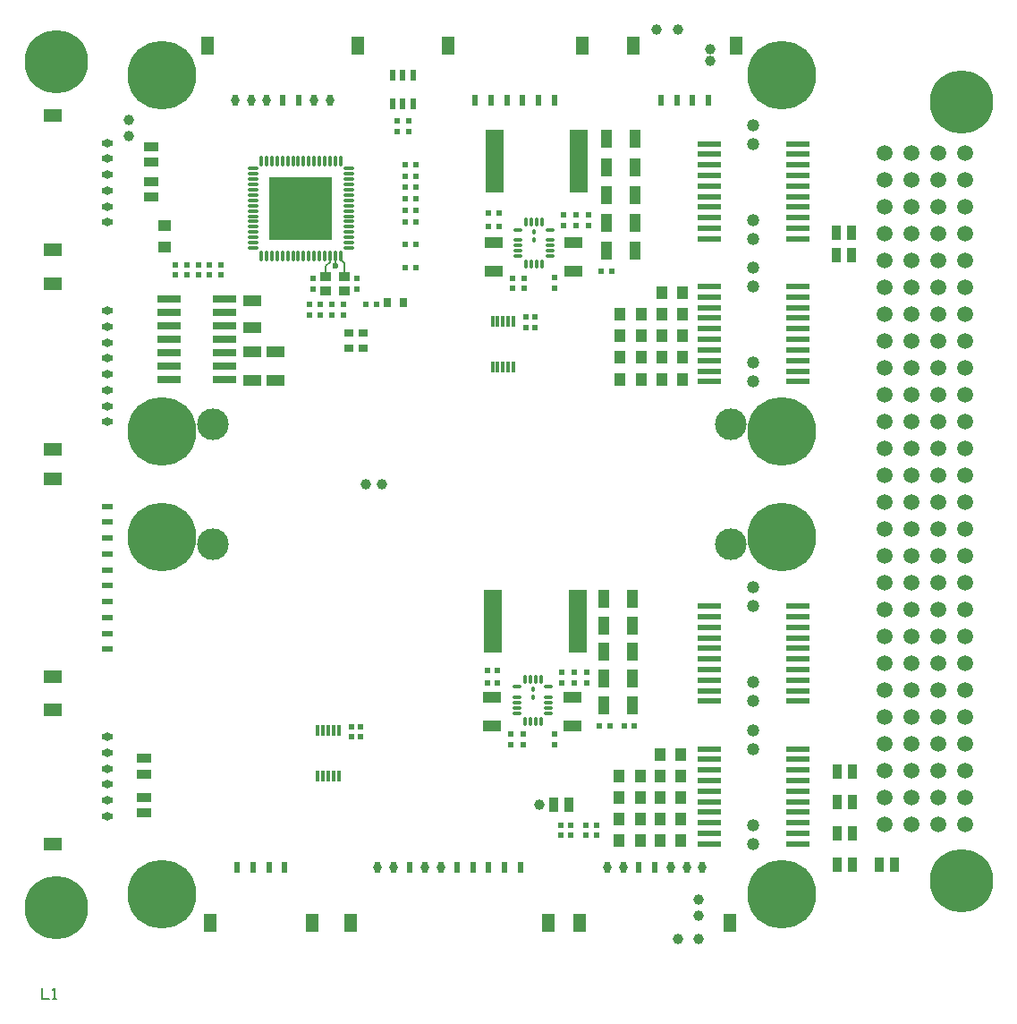
<source format=gtl>
G04 Layer_Physical_Order=1*
G04 Layer_Color=255*
%FSLAX44Y44*%
%MOMM*%
G71*
G01*
G75*
%ADD10R,1.4000X0.8800*%
%ADD11R,0.7000X0.9000*%
%ADD12R,0.6000X0.6000*%
%ADD13R,0.6000X0.6000*%
%ADD14R,0.8800X1.4000*%
%ADD15R,1.0500X0.6000*%
%ADD16R,1.8000X1.2500*%
%ADD17R,0.6000X1.0500*%
%ADD18R,1.2500X1.8000*%
%ADD19R,1.8000X5.9000*%
%ADD20R,1.3000X1.0000*%
%ADD21R,1.1000X1.7000*%
%ADD22R,1.7000X1.1000*%
G04:AMPARAMS|DCode=23|XSize=0.3mm|YSize=0.8mm|CornerRadius=0.075mm|HoleSize=0mm|Usage=FLASHONLY|Rotation=270.000|XOffset=0mm|YOffset=0mm|HoleType=Round|Shape=RoundedRectangle|*
%AMROUNDEDRECTD23*
21,1,0.3000,0.6500,0,0,270.0*
21,1,0.1500,0.8000,0,0,270.0*
1,1,0.1500,-0.3250,-0.0750*
1,1,0.1500,-0.3250,0.0750*
1,1,0.1500,0.3250,0.0750*
1,1,0.1500,0.3250,-0.0750*
%
%ADD23ROUNDEDRECTD23*%
G04:AMPARAMS|DCode=24|XSize=0.3mm|YSize=0.8mm|CornerRadius=0.075mm|HoleSize=0mm|Usage=FLASHONLY|Rotation=180.000|XOffset=0mm|YOffset=0mm|HoleType=Round|Shape=RoundedRectangle|*
%AMROUNDEDRECTD24*
21,1,0.3000,0.6500,0,0,180.0*
21,1,0.1500,0.8000,0,0,180.0*
1,1,0.1500,-0.0750,0.3250*
1,1,0.1500,0.0750,0.3250*
1,1,0.1500,0.0750,-0.3250*
1,1,0.1500,-0.0750,-0.3250*
%
%ADD24ROUNDEDRECTD24*%
G04:AMPARAMS|DCode=25|XSize=0.27mm|YSize=0.45mm|CornerRadius=0.0675mm|HoleSize=0mm|Usage=FLASHONLY|Rotation=180.000|XOffset=0mm|YOffset=0mm|HoleType=Round|Shape=RoundedRectangle|*
%AMROUNDEDRECTD25*
21,1,0.2700,0.3150,0,0,180.0*
21,1,0.1350,0.4500,0,0,180.0*
1,1,0.1350,-0.0675,0.1575*
1,1,0.1350,0.0675,0.1575*
1,1,0.1350,0.0675,-0.1575*
1,1,0.1350,-0.0675,-0.1575*
%
%ADD25ROUNDEDRECTD25*%
G04:AMPARAMS|DCode=26|XSize=0.3mm|YSize=1.1mm|CornerRadius=0.075mm|HoleSize=0mm|Usage=FLASHONLY|Rotation=0.000|XOffset=0mm|YOffset=0mm|HoleType=Round|Shape=RoundedRectangle|*
%AMROUNDEDRECTD26*
21,1,0.3000,0.9500,0,0,0.0*
21,1,0.1500,1.1000,0,0,0.0*
1,1,0.1500,0.0750,-0.4750*
1,1,0.1500,-0.0750,-0.4750*
1,1,0.1500,-0.0750,0.4750*
1,1,0.1500,0.0750,0.4750*
%
%ADD26ROUNDEDRECTD26*%
%ADD27R,6.0000X6.0000*%
G04:AMPARAMS|DCode=28|XSize=0.3mm|YSize=1mm|CornerRadius=0.12mm|HoleSize=0mm|Usage=FLASHONLY|Rotation=0.000|XOffset=0mm|YOffset=0mm|HoleType=Round|Shape=RoundedRectangle|*
%AMROUNDEDRECTD28*
21,1,0.3000,0.7600,0,0,0.0*
21,1,0.0600,1.0000,0,0,0.0*
1,1,0.2400,0.0300,-0.3800*
1,1,0.2400,-0.0300,-0.3800*
1,1,0.2400,-0.0300,0.3800*
1,1,0.2400,0.0300,0.3800*
%
%ADD28ROUNDEDRECTD28*%
G04:AMPARAMS|DCode=29|XSize=0.3mm|YSize=1mm|CornerRadius=0.12mm|HoleSize=0mm|Usage=FLASHONLY|Rotation=90.000|XOffset=0mm|YOffset=0mm|HoleType=Round|Shape=RoundedRectangle|*
%AMROUNDEDRECTD29*
21,1,0.3000,0.7600,0,0,90.0*
21,1,0.0600,1.0000,0,0,90.0*
1,1,0.2400,0.3800,0.0300*
1,1,0.2400,0.3800,-0.0300*
1,1,0.2400,-0.3800,-0.0300*
1,1,0.2400,-0.3800,0.0300*
%
%ADD29ROUNDEDRECTD29*%
%ADD30R,2.2600X0.6100*%
%ADD31R,0.9000X0.8000*%
%ADD32R,1.8000X1.0000*%
%ADD33R,2.2000X0.6500*%
%ADD34R,1.0000X1.3000*%
%ADD35R,1.0000X0.8500*%
%ADD36C,0.2000*%
%ADD37C,3.0000*%
%ADD38C,1.1900*%
%ADD39C,1.5000*%
%ADD40C,6.0000*%
%ADD41C,6.5000*%
%ADD42C,1.0000*%
%ADD43C,0.8000*%
%ADD44C,0.6000*%
D10*
X15000Y-310750D02*
D03*
Y-295750D02*
D03*
X15000Y-259000D02*
D03*
Y-274000D02*
D03*
X21750Y319750D02*
D03*
Y304750D02*
D03*
Y286750D02*
D03*
Y271750D02*
D03*
D11*
X245000Y172500D02*
D03*
X260000D02*
D03*
D12*
X254500Y334000D02*
D03*
Y344000D02*
D03*
X265000D02*
D03*
Y334000D02*
D03*
X55250Y198000D02*
D03*
Y208000D02*
D03*
X44450D02*
D03*
Y198000D02*
D03*
X66050D02*
D03*
Y208000D02*
D03*
X87650D02*
D03*
Y198000D02*
D03*
X76850D02*
D03*
Y208000D02*
D03*
X192600Y160500D02*
D03*
Y170500D02*
D03*
X181800D02*
D03*
Y160500D02*
D03*
X203400D02*
D03*
Y170500D02*
D03*
X171000D02*
D03*
Y160500D02*
D03*
X216500Y185000D02*
D03*
Y195000D02*
D03*
X174750Y185000D02*
D03*
Y195000D02*
D03*
X363484Y195292D02*
D03*
Y185292D02*
D03*
X402984Y185543D02*
D03*
Y195543D02*
D03*
X421734Y-187500D02*
D03*
Y-177500D02*
D03*
X403234Y-236000D02*
D03*
Y-246000D02*
D03*
X361734Y-246250D02*
D03*
Y-236250D02*
D03*
X376072Y158314D02*
D03*
Y148314D02*
D03*
X210950Y-238940D02*
D03*
Y-228940D02*
D03*
X384872Y158314D02*
D03*
Y148314D02*
D03*
X219750Y-238940D02*
D03*
Y-228940D02*
D03*
X433484Y-187500D02*
D03*
Y-177500D02*
D03*
X410234D02*
D03*
Y-187500D02*
D03*
X374734Y185292D02*
D03*
Y195292D02*
D03*
X435484Y254792D02*
D03*
Y244792D02*
D03*
X411734D02*
D03*
Y254792D02*
D03*
X373734Y-246250D02*
D03*
Y-236250D02*
D03*
X423484Y244792D02*
D03*
Y254792D02*
D03*
D13*
X262000Y226900D02*
D03*
X272000D02*
D03*
X235000Y170500D02*
D03*
X225000D02*
D03*
X262000Y270100D02*
D03*
X272000D02*
D03*
Y259300D02*
D03*
X262000D02*
D03*
Y280900D02*
D03*
X272000D02*
D03*
Y302500D02*
D03*
X262000D02*
D03*
Y291700D02*
D03*
X272000D02*
D03*
Y248500D02*
D03*
X262000D02*
D03*
X272000Y205300D02*
D03*
X262000D02*
D03*
X340734Y257043D02*
D03*
X350734D02*
D03*
X349484Y-175750D02*
D03*
X339484D02*
D03*
X468984Y-228250D02*
D03*
X478984D02*
D03*
X457234Y202043D02*
D03*
X447234D02*
D03*
X340734Y244042D02*
D03*
X350734D02*
D03*
X339484Y-187500D02*
D03*
X349484D02*
D03*
X445984Y-228250D02*
D03*
X455984D02*
D03*
X433250Y-322500D02*
D03*
X443250D02*
D03*
X419000D02*
D03*
X409000D02*
D03*
X419000Y-331500D02*
D03*
X409000D02*
D03*
X433250D02*
D03*
X443250D02*
D03*
D14*
X402250Y-303000D02*
D03*
X417250D02*
D03*
X725500Y-360000D02*
D03*
X710500D02*
D03*
X670500Y-271250D02*
D03*
X685500D02*
D03*
X670500Y-300500D02*
D03*
X685500D02*
D03*
X685500Y-360000D02*
D03*
X670500D02*
D03*
X670500Y-330250D02*
D03*
X685500D02*
D03*
X684750Y238250D02*
D03*
X669750D02*
D03*
X669750Y217365D02*
D03*
X684750D02*
D03*
D15*
X-20000Y-20750D02*
D03*
Y-35750D02*
D03*
Y-50750D02*
D03*
Y-65750D02*
D03*
Y-80750D02*
D03*
Y-95750D02*
D03*
Y-110750D02*
D03*
Y-125750D02*
D03*
Y-140750D02*
D03*
Y-155750D02*
D03*
Y-238750D02*
D03*
Y-253750D02*
D03*
Y-268750D02*
D03*
Y-283750D02*
D03*
Y-298750D02*
D03*
Y-313750D02*
D03*
Y323000D02*
D03*
Y308000D02*
D03*
Y293000D02*
D03*
Y278000D02*
D03*
Y263000D02*
D03*
Y248000D02*
D03*
Y59250D02*
D03*
Y74250D02*
D03*
Y89250D02*
D03*
Y104250D02*
D03*
Y119250D02*
D03*
Y134250D02*
D03*
Y149250D02*
D03*
Y164250D02*
D03*
D16*
X-72000Y5250D02*
D03*
Y-181750D02*
D03*
Y-212750D02*
D03*
Y-339750D02*
D03*
Y349000D02*
D03*
Y222000D02*
D03*
Y33250D02*
D03*
Y190250D02*
D03*
D17*
X403250Y363250D02*
D03*
X388250D02*
D03*
X373250D02*
D03*
X358250D02*
D03*
X343250D02*
D03*
X328250D02*
D03*
X504000D02*
D03*
X519000D02*
D03*
X534000D02*
D03*
X549000D02*
D03*
X453250Y-362500D02*
D03*
X468250D02*
D03*
X483250D02*
D03*
X498250D02*
D03*
X513250D02*
D03*
X528250D02*
D03*
X543250D02*
D03*
X236000D02*
D03*
X251000D02*
D03*
X266000D02*
D03*
X281000D02*
D03*
X296000D02*
D03*
X311000D02*
D03*
X326000D02*
D03*
X341000D02*
D03*
X356000D02*
D03*
X371000D02*
D03*
X148000D02*
D03*
X133000D02*
D03*
X118000D02*
D03*
X103000D02*
D03*
X191000Y363250D02*
D03*
X176000D02*
D03*
X161000D02*
D03*
X146000D02*
D03*
X131000D02*
D03*
X116000D02*
D03*
X101000D02*
D03*
X269250Y386750D02*
D03*
X259750D02*
D03*
X250250D02*
D03*
Y359750D02*
D03*
X259750D02*
D03*
X269250D02*
D03*
D18*
X429250Y415250D02*
D03*
X302250D02*
D03*
X478000D02*
D03*
X575000D02*
D03*
X427250Y-414500D02*
D03*
X569250D02*
D03*
X210000D02*
D03*
X397000D02*
D03*
X174000D02*
D03*
X77000D02*
D03*
X217000Y415250D02*
D03*
X75000D02*
D03*
D19*
X425250Y-129000D02*
D03*
X345250D02*
D03*
X346250Y306000D02*
D03*
X426250D02*
D03*
D20*
X34500Y244500D02*
D03*
Y224500D02*
D03*
D21*
X452484Y273918D02*
D03*
X479484D02*
D03*
X449734Y-158500D02*
D03*
X476734D02*
D03*
X449734Y-108250D02*
D03*
X476734D02*
D03*
X449734Y-133375D02*
D03*
X476734D02*
D03*
X452484Y326792D02*
D03*
X479484D02*
D03*
X452484Y300355D02*
D03*
X479484D02*
D03*
X476734Y-208750D02*
D03*
X449734D02*
D03*
X476734Y-183625D02*
D03*
X449734D02*
D03*
X479484Y247480D02*
D03*
X452484D02*
D03*
X479484Y221042D02*
D03*
X452484D02*
D03*
D22*
X345484Y228792D02*
D03*
Y201793D02*
D03*
X421484Y228792D02*
D03*
Y201793D02*
D03*
X344484Y-201250D02*
D03*
Y-228250D02*
D03*
X420484Y-201500D02*
D03*
Y-228500D02*
D03*
X139500Y98500D02*
D03*
Y125500D02*
D03*
X117016Y98582D02*
D03*
Y125582D02*
D03*
D23*
X398734Y216042D02*
D03*
Y221042D02*
D03*
Y226042D02*
D03*
Y231042D02*
D03*
Y241042D02*
D03*
X368734D02*
D03*
Y231042D02*
D03*
Y226042D02*
D03*
Y221042D02*
D03*
Y216042D02*
D03*
X397734Y-216500D02*
D03*
Y-211500D02*
D03*
Y-206500D02*
D03*
Y-201500D02*
D03*
Y-191500D02*
D03*
X367734D02*
D03*
Y-201500D02*
D03*
Y-206500D02*
D03*
Y-211500D02*
D03*
Y-216500D02*
D03*
D24*
X391234Y248542D02*
D03*
X386234D02*
D03*
X381234D02*
D03*
X376234D02*
D03*
Y208542D02*
D03*
X381234D02*
D03*
X386234D02*
D03*
X391234D02*
D03*
X390234Y-184000D02*
D03*
X385234D02*
D03*
X380234D02*
D03*
X375234D02*
D03*
Y-224000D02*
D03*
X380234D02*
D03*
X385234D02*
D03*
X390234D02*
D03*
D25*
X383734Y231593D02*
D03*
Y239293D02*
D03*
X382734Y-200950D02*
D03*
Y-193250D02*
D03*
D26*
X199400Y-275690D02*
D03*
Y-232690D02*
D03*
X194400D02*
D03*
X189400D02*
D03*
X194400Y-275690D02*
D03*
X189400D02*
D03*
X184400D02*
D03*
X179400D02*
D03*
X184400Y-232690D02*
D03*
X179400D02*
D03*
X364522Y111564D02*
D03*
Y154564D02*
D03*
X359522D02*
D03*
X354522D02*
D03*
X359522Y111564D02*
D03*
X354522D02*
D03*
X349522D02*
D03*
X344522D02*
D03*
X349522Y154564D02*
D03*
X344522D02*
D03*
D27*
X163250Y261250D02*
D03*
D28*
X125750Y306250D02*
D03*
X130750D02*
D03*
X135750D02*
D03*
X140750D02*
D03*
X145750D02*
D03*
X150750D02*
D03*
X155750D02*
D03*
X160750D02*
D03*
X165750D02*
D03*
X170750D02*
D03*
X175750D02*
D03*
X180750D02*
D03*
X185750D02*
D03*
X190750D02*
D03*
X195750D02*
D03*
X200750D02*
D03*
Y216250D02*
D03*
X195750D02*
D03*
X190750D02*
D03*
X185750D02*
D03*
X180750D02*
D03*
X175750D02*
D03*
X170750D02*
D03*
X165750D02*
D03*
X160750D02*
D03*
X155750D02*
D03*
X150750D02*
D03*
X145750D02*
D03*
X140750D02*
D03*
X135750D02*
D03*
X130750D02*
D03*
X125750D02*
D03*
D29*
X208250Y298750D02*
D03*
Y293750D02*
D03*
Y288750D02*
D03*
Y283750D02*
D03*
Y278750D02*
D03*
Y273750D02*
D03*
Y268750D02*
D03*
Y263750D02*
D03*
Y258750D02*
D03*
Y253750D02*
D03*
Y248750D02*
D03*
Y243750D02*
D03*
Y238750D02*
D03*
Y233750D02*
D03*
Y228750D02*
D03*
Y223750D02*
D03*
X118250D02*
D03*
Y228750D02*
D03*
Y233750D02*
D03*
Y238750D02*
D03*
Y243750D02*
D03*
Y248750D02*
D03*
Y253750D02*
D03*
Y258750D02*
D03*
Y263750D02*
D03*
Y268750D02*
D03*
Y273750D02*
D03*
Y278750D02*
D03*
Y283750D02*
D03*
Y288750D02*
D03*
Y293750D02*
D03*
Y298750D02*
D03*
D30*
X633550Y-250000D02*
D03*
Y-260000D02*
D03*
Y-270000D02*
D03*
Y-280000D02*
D03*
Y-290000D02*
D03*
Y-300000D02*
D03*
Y-310000D02*
D03*
Y-320000D02*
D03*
Y-330000D02*
D03*
Y-340000D02*
D03*
X549750D02*
D03*
Y-330000D02*
D03*
Y-320000D02*
D03*
Y-310000D02*
D03*
Y-300000D02*
D03*
Y-290000D02*
D03*
Y-280000D02*
D03*
Y-270000D02*
D03*
Y-260000D02*
D03*
Y-250000D02*
D03*
X633550Y187300D02*
D03*
Y177300D02*
D03*
Y167300D02*
D03*
Y157300D02*
D03*
Y147300D02*
D03*
Y137300D02*
D03*
Y127300D02*
D03*
Y117300D02*
D03*
Y107300D02*
D03*
Y97300D02*
D03*
X549750D02*
D03*
Y107300D02*
D03*
Y117300D02*
D03*
Y127300D02*
D03*
Y137300D02*
D03*
Y147300D02*
D03*
Y157300D02*
D03*
Y167300D02*
D03*
Y177300D02*
D03*
Y187300D02*
D03*
X633550Y322300D02*
D03*
Y312300D02*
D03*
Y302300D02*
D03*
Y292300D02*
D03*
Y282300D02*
D03*
Y272300D02*
D03*
Y262300D02*
D03*
Y252300D02*
D03*
Y242300D02*
D03*
Y232300D02*
D03*
X549750D02*
D03*
Y242300D02*
D03*
Y252300D02*
D03*
Y262300D02*
D03*
Y272300D02*
D03*
Y282300D02*
D03*
Y292300D02*
D03*
Y302300D02*
D03*
Y312300D02*
D03*
Y322300D02*
D03*
X633550Y-115000D02*
D03*
Y-125000D02*
D03*
Y-135000D02*
D03*
Y-145000D02*
D03*
Y-155000D02*
D03*
Y-165000D02*
D03*
Y-175000D02*
D03*
Y-185000D02*
D03*
Y-195000D02*
D03*
Y-205000D02*
D03*
X549750D02*
D03*
Y-195000D02*
D03*
Y-185000D02*
D03*
Y-175000D02*
D03*
Y-165000D02*
D03*
Y-155000D02*
D03*
Y-145000D02*
D03*
Y-135000D02*
D03*
Y-125000D02*
D03*
Y-115000D02*
D03*
D31*
X208500Y143000D02*
D03*
Y129000D02*
D03*
X222500Y143000D02*
D03*
Y129000D02*
D03*
D32*
X117250Y173750D02*
D03*
Y148750D02*
D03*
D33*
X38750Y175850D02*
D03*
Y163150D02*
D03*
Y150450D02*
D03*
Y137750D02*
D03*
Y125050D02*
D03*
Y112350D02*
D03*
Y99650D02*
D03*
X90750Y175850D02*
D03*
Y163150D02*
D03*
Y150450D02*
D03*
Y137750D02*
D03*
Y125050D02*
D03*
Y112350D02*
D03*
Y99650D02*
D03*
D34*
X503000Y-336750D02*
D03*
X523000D02*
D03*
X464500D02*
D03*
X484500D02*
D03*
X503000Y-316375D02*
D03*
X523000D02*
D03*
X464500D02*
D03*
X484500D02*
D03*
X503000Y-296000D02*
D03*
X523000D02*
D03*
X464500D02*
D03*
X484500D02*
D03*
X503000Y-275625D02*
D03*
X523000D02*
D03*
X464500D02*
D03*
X484500D02*
D03*
X503000Y-255250D02*
D03*
X523000D02*
D03*
X504750Y99500D02*
D03*
X524750D02*
D03*
X465250D02*
D03*
X485250D02*
D03*
X504750Y120063D02*
D03*
X524750D02*
D03*
X465250D02*
D03*
X485250D02*
D03*
X504750Y140625D02*
D03*
X524750D02*
D03*
X465250D02*
D03*
X485250D02*
D03*
X504750Y161187D02*
D03*
X524750D02*
D03*
X465250D02*
D03*
X485250D02*
D03*
X504750Y181750D02*
D03*
X524750D02*
D03*
D35*
X187000Y197000D02*
D03*
X204000D02*
D03*
Y183000D02*
D03*
X187000D02*
D03*
D36*
X200750Y212750D02*
Y216250D01*
X195750Y206750D02*
Y216250D01*
X200750Y212750D02*
X204000Y209500D01*
Y197000D02*
Y209500D01*
X187000Y197000D02*
Y206750D01*
X190750Y210500D01*
Y216250D01*
X-82000Y-476253D02*
Y-486250D01*
X-75335D01*
X-72003D02*
X-68671D01*
X-70337D01*
Y-476253D01*
X-72003Y-477919D01*
D37*
X80000Y-56650D02*
D03*
X570000D02*
D03*
X80000Y56650D02*
D03*
X570000D02*
D03*
D38*
X591650Y-340000D02*
D03*
Y-250000D02*
D03*
Y205000D02*
D03*
Y115000D02*
D03*
Y-232300D02*
D03*
Y-322300D02*
D03*
Y97300D02*
D03*
Y187300D02*
D03*
Y232300D02*
D03*
Y322300D02*
D03*
Y-205000D02*
D03*
Y-115000D02*
D03*
Y340000D02*
D03*
Y250000D02*
D03*
Y-187300D02*
D03*
Y-97300D02*
D03*
D39*
X766710Y313440D02*
D03*
X792110D02*
D03*
X766710Y288040D02*
D03*
X792110D02*
D03*
X766710Y262640D02*
D03*
X792110D02*
D03*
X766710Y237240D02*
D03*
X792110D02*
D03*
X766710Y211840D02*
D03*
X792110D02*
D03*
X766710Y186440D02*
D03*
X792110D02*
D03*
X766710Y161040D02*
D03*
X792110D02*
D03*
X766710Y135640D02*
D03*
X792110D02*
D03*
X766710Y110240D02*
D03*
X792110D02*
D03*
X766710Y84840D02*
D03*
X792110D02*
D03*
X766710Y59440D02*
D03*
X792110D02*
D03*
X766710Y34040D02*
D03*
X792110D02*
D03*
X766710Y8640D02*
D03*
X792110D02*
D03*
X766710Y-16760D02*
D03*
X792110D02*
D03*
X766710Y-42160D02*
D03*
X792110D02*
D03*
X766710Y-67560D02*
D03*
X792110D02*
D03*
X766710Y-92960D02*
D03*
X792110D02*
D03*
X766710Y-118360D02*
D03*
X792110D02*
D03*
X766710Y-143760D02*
D03*
X792110D02*
D03*
X766710Y-169160D02*
D03*
X792110D02*
D03*
X766710Y-194560D02*
D03*
X792110D02*
D03*
X766710Y-219960D02*
D03*
X792110D02*
D03*
X766710Y-245360D02*
D03*
X792110D02*
D03*
X766710Y-270760D02*
D03*
X792110D02*
D03*
X766710Y-296160D02*
D03*
X792110D02*
D03*
X766710Y-321560D02*
D03*
X792110D02*
D03*
X741310D02*
D03*
X715910D02*
D03*
X741310Y-296160D02*
D03*
X715910D02*
D03*
X741310Y-270760D02*
D03*
X715910D02*
D03*
X741310Y-245360D02*
D03*
X715910D02*
D03*
X741310Y-219960D02*
D03*
X715910D02*
D03*
X741310Y-194560D02*
D03*
X715910D02*
D03*
X741310Y-169160D02*
D03*
X715910D02*
D03*
X741310Y-143760D02*
D03*
X715910D02*
D03*
X741310Y-118360D02*
D03*
X715910D02*
D03*
X741310Y-92960D02*
D03*
X715910D02*
D03*
X741310Y-67560D02*
D03*
X715910D02*
D03*
X741310Y-42160D02*
D03*
X715910D02*
D03*
X741310Y-16760D02*
D03*
X715910D02*
D03*
X741310Y8640D02*
D03*
X715910D02*
D03*
X741310Y34040D02*
D03*
X715910D02*
D03*
X741310Y59440D02*
D03*
X715910D02*
D03*
X741310Y84840D02*
D03*
X715910D02*
D03*
X741310Y110240D02*
D03*
X715910D02*
D03*
X741310Y135640D02*
D03*
X715910D02*
D03*
X741310Y161040D02*
D03*
X715910D02*
D03*
X741310Y186440D02*
D03*
X715910D02*
D03*
X741310Y211840D02*
D03*
X715910D02*
D03*
X741310Y237240D02*
D03*
X715910D02*
D03*
X741310Y262640D02*
D03*
X715910D02*
D03*
X741310Y288040D02*
D03*
X715910D02*
D03*
X741310Y313440D02*
D03*
X715910D02*
D03*
D40*
X-68650Y-400000D02*
D03*
Y400100D02*
D03*
X788650Y-374600D02*
D03*
Y362000D02*
D03*
D41*
X31350Y-387300D02*
D03*
Y-50000D02*
D03*
Y50000D02*
D03*
Y387300D02*
D03*
X618650Y-50000D02*
D03*
Y50000D02*
D03*
Y387300D02*
D03*
Y-387300D02*
D03*
D42*
X540000Y-392500D02*
D03*
Y-407750D02*
D03*
X550750Y400500D02*
D03*
Y411750D02*
D03*
X388750Y-303000D02*
D03*
X0Y330000D02*
D03*
Y345000D02*
D03*
X520000Y430000D02*
D03*
X500000D02*
D03*
X540000Y-430000D02*
D03*
X520000D02*
D03*
X225000Y0D02*
D03*
X240000D02*
D03*
D43*
X569250Y-414500D02*
D03*
X427250D02*
D03*
X397000D02*
D03*
X210000D02*
D03*
X174000D02*
D03*
X77000D02*
D03*
X-72000Y-181750D02*
D03*
Y5250D02*
D03*
X75000Y415250D02*
D03*
X217000D02*
D03*
X302250D02*
D03*
X429250D02*
D03*
X478000D02*
D03*
X575000D02*
D03*
X402250Y-303000D02*
D03*
X417250D02*
D03*
X191000Y363250D02*
D03*
X176000D02*
D03*
X131000D02*
D03*
X116000D02*
D03*
X101000D02*
D03*
X453250Y-362500D02*
D03*
X468250D02*
D03*
X513250D02*
D03*
X543250D02*
D03*
X528250D02*
D03*
X296000D02*
D03*
X281000D02*
D03*
X251000D02*
D03*
X236000D02*
D03*
X15000Y-310750D02*
D03*
Y-295750D02*
D03*
X15000Y-274000D02*
D03*
Y-259000D02*
D03*
X21750Y271750D02*
D03*
Y286750D02*
D03*
Y304750D02*
D03*
Y319750D02*
D03*
X-20000Y248000D02*
D03*
Y263000D02*
D03*
Y278000D02*
D03*
Y293000D02*
D03*
Y308000D02*
D03*
Y323000D02*
D03*
X-72000Y349000D02*
D03*
Y222000D02*
D03*
Y190250D02*
D03*
Y33250D02*
D03*
X-20000Y164250D02*
D03*
Y149250D02*
D03*
Y134250D02*
D03*
Y119250D02*
D03*
Y59250D02*
D03*
Y74250D02*
D03*
Y89250D02*
D03*
Y104250D02*
D03*
X-72000Y-339750D02*
D03*
Y-212750D02*
D03*
X-20000Y-238750D02*
D03*
Y-253750D02*
D03*
Y-268750D02*
D03*
Y-283750D02*
D03*
Y-298750D02*
D03*
Y-313750D02*
D03*
X685500Y-300500D02*
D03*
Y-271250D02*
D03*
X670500D02*
D03*
Y-300500D02*
D03*
X685500Y-330250D02*
D03*
X725500Y-360000D02*
D03*
X710500D02*
D03*
X670500D02*
D03*
X685500D02*
D03*
X670500Y-330250D02*
D03*
X669750Y238058D02*
D03*
X684750Y217365D02*
D03*
X669750Y217404D02*
D03*
X684750Y238250D02*
D03*
D44*
X409000Y-322500D02*
D03*
X433250D02*
D03*
X443250D02*
D03*
Y-331500D02*
D03*
X433250D02*
D03*
X409000D02*
D03*
X419000D02*
D03*
X419000Y-322500D02*
D03*
X633550Y-250000D02*
D03*
Y-260000D02*
D03*
Y-270000D02*
D03*
Y-280000D02*
D03*
Y-290000D02*
D03*
Y-300000D02*
D03*
Y-310000D02*
D03*
Y-320000D02*
D03*
Y-330000D02*
D03*
Y-340000D02*
D03*
X549750D02*
D03*
Y-330000D02*
D03*
Y-320000D02*
D03*
Y-310000D02*
D03*
Y-300000D02*
D03*
Y-290000D02*
D03*
Y-280000D02*
D03*
Y-270000D02*
D03*
Y-260000D02*
D03*
Y-250000D02*
D03*
Y322300D02*
D03*
X550000Y312500D02*
D03*
Y302500D02*
D03*
Y292500D02*
D03*
X549750Y282300D02*
D03*
Y272300D02*
D03*
Y262300D02*
D03*
Y252300D02*
D03*
Y242300D02*
D03*
Y232300D02*
D03*
X633550D02*
D03*
Y242300D02*
D03*
Y252300D02*
D03*
Y262300D02*
D03*
Y272300D02*
D03*
Y282300D02*
D03*
Y292300D02*
D03*
Y302300D02*
D03*
Y312300D02*
D03*
Y322300D02*
D03*
X549750Y97300D02*
D03*
Y107300D02*
D03*
Y117300D02*
D03*
Y127300D02*
D03*
Y137300D02*
D03*
Y147300D02*
D03*
Y157300D02*
D03*
Y167300D02*
D03*
Y177300D02*
D03*
Y187300D02*
D03*
X633550D02*
D03*
Y177300D02*
D03*
Y167300D02*
D03*
Y157300D02*
D03*
Y147300D02*
D03*
Y137300D02*
D03*
Y127300D02*
D03*
Y117300D02*
D03*
Y107300D02*
D03*
Y97300D02*
D03*
X630000Y-165000D02*
D03*
Y-155000D02*
D03*
Y-145000D02*
D03*
Y-135000D02*
D03*
Y-125000D02*
D03*
Y-115000D02*
D03*
X555000D02*
D03*
Y-125000D02*
D03*
Y-135000D02*
D03*
Y-145000D02*
D03*
Y-155000D02*
D03*
Y-165000D02*
D03*
Y-175000D02*
D03*
Y-185000D02*
D03*
Y-195000D02*
D03*
Y-205000D02*
D03*
X630000D02*
D03*
Y-195000D02*
D03*
Y-175000D02*
D03*
Y-185000D02*
D03*
X523000Y-336750D02*
D03*
X503000D02*
D03*
X484500D02*
D03*
X464500D02*
D03*
Y-316375D02*
D03*
X484500D02*
D03*
X503000D02*
D03*
X523000D02*
D03*
Y-296000D02*
D03*
X484500D02*
D03*
X503000D02*
D03*
X464500D02*
D03*
Y-275625D02*
D03*
X484500D02*
D03*
X503000D02*
D03*
X523000D02*
D03*
Y-255250D02*
D03*
X503000D02*
D03*
X524750Y181750D02*
D03*
Y161187D02*
D03*
Y140625D02*
D03*
Y120063D02*
D03*
Y99500D02*
D03*
X504750D02*
D03*
Y120063D02*
D03*
Y140625D02*
D03*
Y161187D02*
D03*
Y181750D02*
D03*
X485250Y161187D02*
D03*
Y140625D02*
D03*
Y120063D02*
D03*
Y99500D02*
D03*
X465250D02*
D03*
Y120063D02*
D03*
Y140625D02*
D03*
Y161187D02*
D03*
X187000Y183000D02*
D03*
X195750Y206750D02*
D03*
X187000Y197000D02*
D03*
X204000D02*
D03*
Y183000D02*
D03*
X174750Y185000D02*
D03*
Y195000D02*
D03*
X216500D02*
D03*
Y185000D02*
D03*
M02*

</source>
